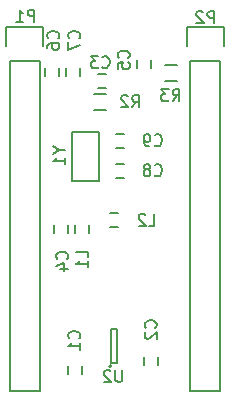
<source format=gbr>
G04 #@! TF.FileFunction,Legend,Bot*
%FSLAX46Y46*%
G04 Gerber Fmt 4.6, Leading zero omitted, Abs format (unit mm)*
G04 Created by KiCad (PCBNEW 4.0.2-stable) date 10/8/2016 11:45:13 AM*
%MOMM*%
G01*
G04 APERTURE LIST*
%ADD10C,0.100000*%
%ADD11C,0.150000*%
G04 APERTURE END LIST*
D10*
D11*
X30642000Y-47148000D02*
X30642000Y-47848000D01*
X31842000Y-47848000D02*
X31842000Y-47148000D01*
X37119000Y-46386000D02*
X37119000Y-47086000D01*
X38319000Y-47086000D02*
X38319000Y-46386000D01*
X33178000Y-23587000D02*
X33878000Y-23587000D01*
X33878000Y-22387000D02*
X33178000Y-22387000D01*
X29499000Y-35210000D02*
X29499000Y-35910000D01*
X30699000Y-35910000D02*
X30699000Y-35210000D01*
X37684000Y-21940000D02*
X37684000Y-21240000D01*
X36484000Y-21240000D02*
X36484000Y-21940000D01*
X29937000Y-22575000D02*
X29937000Y-21875000D01*
X28737000Y-21875000D02*
X28737000Y-22575000D01*
X31715000Y-22575000D02*
X31715000Y-21875000D01*
X30515000Y-21875000D02*
X30515000Y-22575000D01*
X35402000Y-30007000D02*
X34702000Y-30007000D01*
X34702000Y-31207000D02*
X35402000Y-31207000D01*
X35402000Y-27467000D02*
X34702000Y-27467000D01*
X34702000Y-28667000D02*
X35402000Y-28667000D01*
X32477000Y-35910000D02*
X32477000Y-35210000D01*
X31277000Y-35210000D02*
X31277000Y-35910000D01*
X34894000Y-34198000D02*
X34194000Y-34198000D01*
X34194000Y-35398000D02*
X34894000Y-35398000D01*
X25730000Y-21270000D02*
X25730000Y-49210000D01*
X25730000Y-49210000D02*
X28270000Y-49210000D01*
X28270000Y-49210000D02*
X28270000Y-21270000D01*
X25450000Y-18450000D02*
X25450000Y-20000000D01*
X25730000Y-21270000D02*
X28270000Y-21270000D01*
X28550000Y-20000000D02*
X28550000Y-18450000D01*
X28550000Y-18450000D02*
X25450000Y-18450000D01*
X41030000Y-21270000D02*
X41030000Y-49210000D01*
X41030000Y-49210000D02*
X43570000Y-49210000D01*
X43570000Y-49210000D02*
X43570000Y-21270000D01*
X40750000Y-18450000D02*
X40750000Y-20000000D01*
X41030000Y-21270000D02*
X43570000Y-21270000D01*
X43850000Y-20000000D02*
X43850000Y-18450000D01*
X43850000Y-18450000D02*
X40750000Y-18450000D01*
X32901000Y-25440000D02*
X33901000Y-25440000D01*
X33901000Y-24090000D02*
X32901000Y-24090000D01*
X39858000Y-21677000D02*
X38858000Y-21677000D01*
X38858000Y-23027000D02*
X39858000Y-23027000D01*
X34344000Y-47166000D02*
G75*
G03X34344000Y-47166000I-100000J0D01*
G01*
X34794000Y-46916000D02*
X34294000Y-46916000D01*
X34794000Y-44016000D02*
X34794000Y-46916000D01*
X34294000Y-44016000D02*
X34794000Y-44016000D01*
X34294000Y-46916000D02*
X34294000Y-44016000D01*
X33274000Y-31369000D02*
X33274000Y-27305000D01*
X33274000Y-27305000D02*
X30988000Y-27305000D01*
X30988000Y-27305000D02*
X30988000Y-31496000D01*
X30988000Y-31496000D02*
X33274000Y-31496000D01*
X33274000Y-31496000D02*
X33274000Y-31369000D01*
X31599143Y-44791334D02*
X31646762Y-44743715D01*
X31694381Y-44600858D01*
X31694381Y-44505620D01*
X31646762Y-44362762D01*
X31551524Y-44267524D01*
X31456286Y-44219905D01*
X31265810Y-44172286D01*
X31122952Y-44172286D01*
X30932476Y-44219905D01*
X30837238Y-44267524D01*
X30742000Y-44362762D01*
X30694381Y-44505620D01*
X30694381Y-44600858D01*
X30742000Y-44743715D01*
X30789619Y-44791334D01*
X31694381Y-45743715D02*
X31694381Y-45172286D01*
X31694381Y-45458000D02*
X30694381Y-45458000D01*
X30837238Y-45362762D01*
X30932476Y-45267524D01*
X30980095Y-45172286D01*
X38076143Y-43890334D02*
X38123762Y-43842715D01*
X38171381Y-43699858D01*
X38171381Y-43604620D01*
X38123762Y-43461762D01*
X38028524Y-43366524D01*
X37933286Y-43318905D01*
X37742810Y-43271286D01*
X37599952Y-43271286D01*
X37409476Y-43318905D01*
X37314238Y-43366524D01*
X37219000Y-43461762D01*
X37171381Y-43604620D01*
X37171381Y-43699858D01*
X37219000Y-43842715D01*
X37266619Y-43890334D01*
X37266619Y-44271286D02*
X37219000Y-44318905D01*
X37171381Y-44414143D01*
X37171381Y-44652239D01*
X37219000Y-44747477D01*
X37266619Y-44795096D01*
X37361857Y-44842715D01*
X37457095Y-44842715D01*
X37599952Y-44795096D01*
X38171381Y-44223667D01*
X38171381Y-44842715D01*
X33567666Y-21820143D02*
X33615285Y-21867762D01*
X33758142Y-21915381D01*
X33853380Y-21915381D01*
X33996238Y-21867762D01*
X34091476Y-21772524D01*
X34139095Y-21677286D01*
X34186714Y-21486810D01*
X34186714Y-21343952D01*
X34139095Y-21153476D01*
X34091476Y-21058238D01*
X33996238Y-20963000D01*
X33853380Y-20915381D01*
X33758142Y-20915381D01*
X33615285Y-20963000D01*
X33567666Y-21010619D01*
X33234333Y-20915381D02*
X32615285Y-20915381D01*
X32948619Y-21296333D01*
X32805761Y-21296333D01*
X32710523Y-21343952D01*
X32662904Y-21391571D01*
X32615285Y-21486810D01*
X32615285Y-21724905D01*
X32662904Y-21820143D01*
X32710523Y-21867762D01*
X32805761Y-21915381D01*
X33091476Y-21915381D01*
X33186714Y-21867762D01*
X33234333Y-21820143D01*
X30583143Y-38060334D02*
X30630762Y-38012715D01*
X30678381Y-37869858D01*
X30678381Y-37774620D01*
X30630762Y-37631762D01*
X30535524Y-37536524D01*
X30440286Y-37488905D01*
X30249810Y-37441286D01*
X30106952Y-37441286D01*
X29916476Y-37488905D01*
X29821238Y-37536524D01*
X29726000Y-37631762D01*
X29678381Y-37774620D01*
X29678381Y-37869858D01*
X29726000Y-38012715D01*
X29773619Y-38060334D01*
X30011714Y-38917477D02*
X30678381Y-38917477D01*
X29630762Y-38679381D02*
X30345048Y-38441286D01*
X30345048Y-39060334D01*
X35790143Y-21042334D02*
X35837762Y-20994715D01*
X35885381Y-20851858D01*
X35885381Y-20756620D01*
X35837762Y-20613762D01*
X35742524Y-20518524D01*
X35647286Y-20470905D01*
X35456810Y-20423286D01*
X35313952Y-20423286D01*
X35123476Y-20470905D01*
X35028238Y-20518524D01*
X34933000Y-20613762D01*
X34885381Y-20756620D01*
X34885381Y-20851858D01*
X34933000Y-20994715D01*
X34980619Y-21042334D01*
X34885381Y-21947096D02*
X34885381Y-21470905D01*
X35361571Y-21423286D01*
X35313952Y-21470905D01*
X35266333Y-21566143D01*
X35266333Y-21804239D01*
X35313952Y-21899477D01*
X35361571Y-21947096D01*
X35456810Y-21994715D01*
X35694905Y-21994715D01*
X35790143Y-21947096D01*
X35837762Y-21899477D01*
X35885381Y-21804239D01*
X35885381Y-21566143D01*
X35837762Y-21470905D01*
X35790143Y-21423286D01*
X29821143Y-19391334D02*
X29868762Y-19343715D01*
X29916381Y-19200858D01*
X29916381Y-19105620D01*
X29868762Y-18962762D01*
X29773524Y-18867524D01*
X29678286Y-18819905D01*
X29487810Y-18772286D01*
X29344952Y-18772286D01*
X29154476Y-18819905D01*
X29059238Y-18867524D01*
X28964000Y-18962762D01*
X28916381Y-19105620D01*
X28916381Y-19200858D01*
X28964000Y-19343715D01*
X29011619Y-19391334D01*
X28916381Y-20248477D02*
X28916381Y-20058000D01*
X28964000Y-19962762D01*
X29011619Y-19915143D01*
X29154476Y-19819905D01*
X29344952Y-19772286D01*
X29725905Y-19772286D01*
X29821143Y-19819905D01*
X29868762Y-19867524D01*
X29916381Y-19962762D01*
X29916381Y-20153239D01*
X29868762Y-20248477D01*
X29821143Y-20296096D01*
X29725905Y-20343715D01*
X29487810Y-20343715D01*
X29392571Y-20296096D01*
X29344952Y-20248477D01*
X29297333Y-20153239D01*
X29297333Y-19962762D01*
X29344952Y-19867524D01*
X29392571Y-19819905D01*
X29487810Y-19772286D01*
X31599143Y-19391334D02*
X31646762Y-19343715D01*
X31694381Y-19200858D01*
X31694381Y-19105620D01*
X31646762Y-18962762D01*
X31551524Y-18867524D01*
X31456286Y-18819905D01*
X31265810Y-18772286D01*
X31122952Y-18772286D01*
X30932476Y-18819905D01*
X30837238Y-18867524D01*
X30742000Y-18962762D01*
X30694381Y-19105620D01*
X30694381Y-19200858D01*
X30742000Y-19343715D01*
X30789619Y-19391334D01*
X30694381Y-19724667D02*
X30694381Y-20391334D01*
X31694381Y-19962762D01*
X38012666Y-30964143D02*
X38060285Y-31011762D01*
X38203142Y-31059381D01*
X38298380Y-31059381D01*
X38441238Y-31011762D01*
X38536476Y-30916524D01*
X38584095Y-30821286D01*
X38631714Y-30630810D01*
X38631714Y-30487952D01*
X38584095Y-30297476D01*
X38536476Y-30202238D01*
X38441238Y-30107000D01*
X38298380Y-30059381D01*
X38203142Y-30059381D01*
X38060285Y-30107000D01*
X38012666Y-30154619D01*
X37441238Y-30487952D02*
X37536476Y-30440333D01*
X37584095Y-30392714D01*
X37631714Y-30297476D01*
X37631714Y-30249857D01*
X37584095Y-30154619D01*
X37536476Y-30107000D01*
X37441238Y-30059381D01*
X37250761Y-30059381D01*
X37155523Y-30107000D01*
X37107904Y-30154619D01*
X37060285Y-30249857D01*
X37060285Y-30297476D01*
X37107904Y-30392714D01*
X37155523Y-30440333D01*
X37250761Y-30487952D01*
X37441238Y-30487952D01*
X37536476Y-30535571D01*
X37584095Y-30583190D01*
X37631714Y-30678429D01*
X37631714Y-30868905D01*
X37584095Y-30964143D01*
X37536476Y-31011762D01*
X37441238Y-31059381D01*
X37250761Y-31059381D01*
X37155523Y-31011762D01*
X37107904Y-30964143D01*
X37060285Y-30868905D01*
X37060285Y-30678429D01*
X37107904Y-30583190D01*
X37155523Y-30535571D01*
X37250761Y-30487952D01*
X38012666Y-28424143D02*
X38060285Y-28471762D01*
X38203142Y-28519381D01*
X38298380Y-28519381D01*
X38441238Y-28471762D01*
X38536476Y-28376524D01*
X38584095Y-28281286D01*
X38631714Y-28090810D01*
X38631714Y-27947952D01*
X38584095Y-27757476D01*
X38536476Y-27662238D01*
X38441238Y-27567000D01*
X38298380Y-27519381D01*
X38203142Y-27519381D01*
X38060285Y-27567000D01*
X38012666Y-27614619D01*
X37536476Y-28519381D02*
X37346000Y-28519381D01*
X37250761Y-28471762D01*
X37203142Y-28424143D01*
X37107904Y-28281286D01*
X37060285Y-28090810D01*
X37060285Y-27709857D01*
X37107904Y-27614619D01*
X37155523Y-27567000D01*
X37250761Y-27519381D01*
X37441238Y-27519381D01*
X37536476Y-27567000D01*
X37584095Y-27614619D01*
X37631714Y-27709857D01*
X37631714Y-27947952D01*
X37584095Y-28043190D01*
X37536476Y-28090810D01*
X37441238Y-28138429D01*
X37250761Y-28138429D01*
X37155523Y-28090810D01*
X37107904Y-28043190D01*
X37060285Y-27947952D01*
X32329381Y-37933334D02*
X32329381Y-37457143D01*
X31329381Y-37457143D01*
X32329381Y-38790477D02*
X32329381Y-38219048D01*
X32329381Y-38504762D02*
X31329381Y-38504762D01*
X31472238Y-38409524D01*
X31567476Y-38314286D01*
X31615095Y-38219048D01*
X37504666Y-35250381D02*
X37980857Y-35250381D01*
X37980857Y-34250381D01*
X37218952Y-34345619D02*
X37171333Y-34298000D01*
X37076095Y-34250381D01*
X36837999Y-34250381D01*
X36742761Y-34298000D01*
X36695142Y-34345619D01*
X36647523Y-34440857D01*
X36647523Y-34536095D01*
X36695142Y-34678952D01*
X37266571Y-35250381D01*
X36647523Y-35250381D01*
X27814095Y-17978381D02*
X27814095Y-16978381D01*
X27433142Y-16978381D01*
X27337904Y-17026000D01*
X27290285Y-17073619D01*
X27242666Y-17168857D01*
X27242666Y-17311714D01*
X27290285Y-17406952D01*
X27337904Y-17454571D01*
X27433142Y-17502190D01*
X27814095Y-17502190D01*
X26290285Y-17978381D02*
X26861714Y-17978381D01*
X26576000Y-17978381D02*
X26576000Y-16978381D01*
X26671238Y-17121238D01*
X26766476Y-17216476D01*
X26861714Y-17264095D01*
X43047095Y-18105381D02*
X43047095Y-17105381D01*
X42666142Y-17105381D01*
X42570904Y-17153000D01*
X42523285Y-17200619D01*
X42475666Y-17295857D01*
X42475666Y-17438714D01*
X42523285Y-17533952D01*
X42570904Y-17581571D01*
X42666142Y-17629190D01*
X43047095Y-17629190D01*
X42094714Y-17200619D02*
X42047095Y-17153000D01*
X41951857Y-17105381D01*
X41713761Y-17105381D01*
X41618523Y-17153000D01*
X41570904Y-17200619D01*
X41523285Y-17295857D01*
X41523285Y-17391095D01*
X41570904Y-17533952D01*
X42142333Y-18105381D01*
X41523285Y-18105381D01*
X36107666Y-25217381D02*
X36441000Y-24741190D01*
X36679095Y-25217381D02*
X36679095Y-24217381D01*
X36298142Y-24217381D01*
X36202904Y-24265000D01*
X36155285Y-24312619D01*
X36107666Y-24407857D01*
X36107666Y-24550714D01*
X36155285Y-24645952D01*
X36202904Y-24693571D01*
X36298142Y-24741190D01*
X36679095Y-24741190D01*
X35726714Y-24312619D02*
X35679095Y-24265000D01*
X35583857Y-24217381D01*
X35345761Y-24217381D01*
X35250523Y-24265000D01*
X35202904Y-24312619D01*
X35155285Y-24407857D01*
X35155285Y-24503095D01*
X35202904Y-24645952D01*
X35774333Y-25217381D01*
X35155285Y-25217381D01*
X39524666Y-24704381D02*
X39858000Y-24228190D01*
X40096095Y-24704381D02*
X40096095Y-23704381D01*
X39715142Y-23704381D01*
X39619904Y-23752000D01*
X39572285Y-23799619D01*
X39524666Y-23894857D01*
X39524666Y-24037714D01*
X39572285Y-24132952D01*
X39619904Y-24180571D01*
X39715142Y-24228190D01*
X40096095Y-24228190D01*
X39191333Y-23704381D02*
X38572285Y-23704381D01*
X38905619Y-24085333D01*
X38762761Y-24085333D01*
X38667523Y-24132952D01*
X38619904Y-24180571D01*
X38572285Y-24275810D01*
X38572285Y-24513905D01*
X38619904Y-24609143D01*
X38667523Y-24656762D01*
X38762761Y-24704381D01*
X39048476Y-24704381D01*
X39143714Y-24656762D01*
X39191333Y-24609143D01*
X35255905Y-47468381D02*
X35255905Y-48277905D01*
X35208286Y-48373143D01*
X35160667Y-48420762D01*
X35065429Y-48468381D01*
X34874952Y-48468381D01*
X34779714Y-48420762D01*
X34732095Y-48373143D01*
X34684476Y-48277905D01*
X34684476Y-47468381D01*
X34255905Y-47563619D02*
X34208286Y-47516000D01*
X34113048Y-47468381D01*
X33874952Y-47468381D01*
X33779714Y-47516000D01*
X33732095Y-47563619D01*
X33684476Y-47658857D01*
X33684476Y-47754095D01*
X33732095Y-47896952D01*
X34303524Y-48468381D01*
X33684476Y-48468381D01*
X29948190Y-28860809D02*
X30424381Y-28860809D01*
X29424381Y-28527476D02*
X29948190Y-28860809D01*
X29424381Y-29194143D01*
X30424381Y-30051286D02*
X30424381Y-29479857D01*
X30424381Y-29765571D02*
X29424381Y-29765571D01*
X29567238Y-29670333D01*
X29662476Y-29575095D01*
X29710095Y-29479857D01*
M02*

</source>
